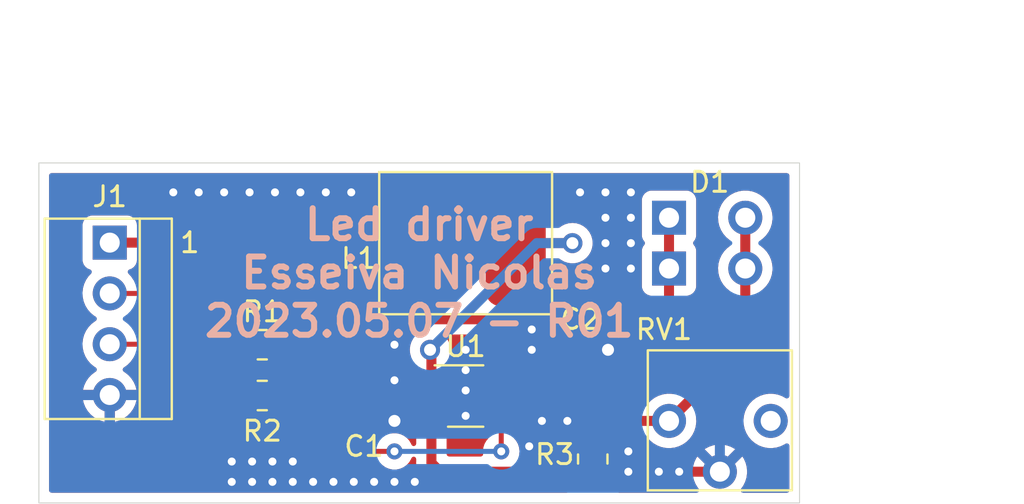
<source format=kicad_pcb>
(kicad_pcb (version 20211014) (generator pcbnew)
  (layers (0 "F.Cu" signal) (31 "B.Cu" signal) (34 "B.Paste" user) (35 "F.Paste" user) (36 "B.SilkS" user "B.Silkscreen") (37 "F.SilkS" user "F.Silkscreen") (38 "B.Mask" user) (39 "F.Mask" user) (44 "Edge.Cuts" user))
  (net 0 "")
  (net 1 "VCC")
  (net 2 "GND")
  (net 3 "/Vout")
  (net 4 "/Vfb")
  (net 5 "Net-(J1-Pad2)")
  (net 6 "Net-(J1-Pad3)")
  (net 7 "Net-(L1-Pad2)")
  (net 8 "/CTRL")
  (footprint "0ESN_Lib:sumida_CDRH_inductor" (layer "F.Cu") (at 147.32 80.01)
    (fp_text reference "L1" (at -5.334 0.762 unlocked) (layer "F.SilkS"))
    (fp_text value "22uH")
    (fp_rect (start -4.318 -3.556) (end 4.318 3.556) (layer "F.SilkS") (width 0.12) (fill none))
    (pad "1" smd roundrect (at -2.5 0) (size 3 6.3) (layers "F.Cu" "F.Paste" "F.Mask") (net 1 "VCC"))
    (pad "2" smd roundrect (at 2.5 0) (size 3 6.3) (layers "F.Cu" "F.Paste" "F.Mask") (net 7 "Net-(L1-Pad2)"))
  )
  (footprint "0ESN_Lib:C_0805_2012Metric_Pad1.18x1.45mm_HandSolder" (layer "F.Cu") (at 152.4 86.36 90)
    (fp_text reference "C2" (at 2.54 0.635 180) (layer "F.SilkS"))
    (fp_text value "0.22uF")
    (pad "1" smd custom (at -1.0375 0 270) (size 1.175 1.45) (layers "F.Cu" "F.Paste" "F.Mask") (net 3 "/Vout") (options (clearance outline) (anchor rect)) (primitives (gr_poly (pts (xy -1.2875 0) (xy -0.5875 -0.725) (xy 0 -0.725) (xy 0 0.725) (xy -0.5875 0.725)) (width 0) (fill yes))))
    (pad "2" smd custom (at 1.0375 0 270) (size 1.175 1.45) (layers "F.Cu" "F.Paste" "F.Mask") (net 2 "GND") (options (clearance outline) (anchor rect)) (primitives (gr_poly (pts (xy 0 -0.725) (xy 1.2875 -0.725) (xy 0.5875 0) (xy 1.2875 0.725) (xy 0 0.725)) (width 0) (fill yes))))
  )
  (footprint "Resistor_SMD:R_0805_2012Metric_Pad1.20x1.40mm_HandSolder" (layer "F.Cu") (at 137.16 87.63)
    (fp_text reference "R2" (at 0 1.778) (layer "F.SilkS"))
    (fp_text value "0R")
    (fp_line (start -0.227064 0.735) (end 0.227064 0.735) (layer "F.SilkS") (width 0.12))
    (fp_line (start -0.227064 -0.735) (end 0.227064 -0.735) (layer "F.SilkS") (width 0.12))
    (pad "1" smd roundrect (at -1 0) (size 1.2 1.4) (layers "F.Cu" "F.Paste" "F.Mask") (roundrect_rratio 0.2083333333) (net 6 "Net-(J1-Pad3)"))
    (pad "2" smd roundrect (at 1 0) (size 1.2 1.4) (layers "F.Cu" "F.Paste" "F.Mask") (roundrect_rratio 0.2083333333) (net 8 "/CTRL"))
  )
  (footprint "0ESN_Lib:Wire_2x2" (layer "F.Cu") (at 158.75 81.28 90)
    (fp_text reference "D1" (at 4.318 0.762 180) (layer "F.SilkS"))
    (fp_text value "LED_Series")
    (pad "1" thru_hole rect (at 0 -1.27 90) (size 1.7 1.7) (drill 1) (layers *.Cu *.Mask) (net 3 "/Vout"))
    (pad "1" thru_hole rect (at 2.54 -1.27 90) (size 1.7 1.7) (drill 1) (layers *.Cu *.Mask) (net 3 "/Vout"))
    (pad "2" thru_hole oval (at 2.54 2.54 90) (size 1.7 1.7) (drill 1) (layers *.Cu *.Mask) (net 4 "/Vfb"))
    (pad "2" thru_hole oval (at 0 2.54 90) (size 1.7 1.7) (drill 1) (layers *.Cu *.Mask) (net 4 "/Vfb"))
  )
  (footprint "0ESN_Lib:Bourns_3362p_trimpot" (layer "F.Cu") (at 160.02 88.9)
    (fp_text reference "RV1" (at -2.794 -4.572 unlocked) (layer "F.SilkS"))
    (fp_text value "10R")
    (fp_rect (start -3.6 3.47) (end 3.6 -3.53) (layer "F.SilkS") (width 0.12) (fill none))
    (pad "1" thru_hole circle (at -2.54 0) (size 1.7 1.7) (drill 1) (layers *.Cu *.Mask) (net 4 "/Vfb"))
    (pad "2" thru_hole circle (at 0 2.54) (size 1.7 1.7) (drill 1) (layers *.Cu *.Mask) (net 2 "GND"))
    (pad "3" thru_hole circle (at 2.54 0) (size 1.7 1.7) (drill 1) (layers *.Cu *.Mask))
  )
  (footprint "0ESN_Lib:C_0805_2012Metric_Pad1.18x1.45mm_HandSolder" (layer "F.Cu") (at 142.24 87.63 -90)
    (fp_text reference "C1" (at 2.54 0 180) (layer "F.SilkS"))
    (fp_text value "1uF")
    (pad "1" smd custom (at -1.0375 0 90) (size 1.175 1.45) (layers "F.Cu" "F.Paste" "F.Mask") (net 1 "VCC") (options (clearance outline) (anchor rect)) (primitives (gr_poly (pts (xy -1.2875 0) (xy -0.5875 -0.725) (xy 0 -0.725) (xy 0 0.725) (xy -0.5875 0.725)) (width 0) (fill yes))))
    (pad "2" smd custom (at 1.0375 0 90) (size 1.175 1.45) (layers "F.Cu" "F.Paste" "F.Mask") (net 2 "GND") (options (clearance outline) (anchor rect)) (primitives (gr_poly (pts (xy 0 -0.725) (xy 1.2875 -0.725) (xy 0.5875 0) (xy 1.2875 0.725) (xy 0 0.725)) (width 0) (fill yes))))
  )
  (footprint "Resistor_SMD:R_0805_2012Metric_Pad1.20x1.40mm_HandSolder" (layer "F.Cu") (at 153.67 90.805 -90)
    (fp_text reference "R3" (at -0.227064 1.905 180) (layer "F.SilkS"))
    (fp_text value "1R")
    (fp_line (start -0.227064 -0.735) (end 0.227064 -0.735) (layer "F.SilkS") (width 0.12))
    (fp_line (start -0.227064 0.735) (end 0.227064 0.735) (layer "F.SilkS") (width 0.12))
    (pad "1" smd roundrect (at -1 0 270) (size 1.2 1.4) (layers "F.Cu" "F.Paste" "F.Mask") (roundrect_rratio 0.2083333333) (net 4 "/Vfb"))
    (pad "2" smd roundrect (at 1 0 270) (size 1.2 1.4) (layers "F.Cu" "F.Paste" "F.Mask") (roundrect_rratio 0.2083333333) (net 2 "GND"))
  )
  (footprint "Package_TO_SOT_SMD:TSOT-23-6_HandSoldering" (layer "F.Cu") (at 147.32 87.63)
    (fp_text reference "U1" (at 0 -2.45) (layer "F.SilkS"))
    (fp_text value "AP3019A")
    (fp_line (start 0.88 -1.51) (end -1.55 -1.51) (layer "F.SilkS") (width 0.12))
    (fp_line (start -0.88 1.56) (end 0.88 1.56) (layer "F.SilkS") (width 0.12))
    (pad "1" smd rect (at -1.71 -0.95) (size 2 0.65) (layers "F.Cu" "F.Paste" "F.Mask") (net 7 "Net-(L1-Pad2)"))
    (pad "2" smd rect (at -1.71 0) (size 2 0.65) (layers "F.Cu" "F.Paste" "F.Mask") (net 2 "GND"))
    (pad "3" smd rect (at -1.71 0.95) (size 2 0.65) (layers "F.Cu" "F.Paste" "F.Mask") (net 4 "/Vfb"))
    (pad "4" smd rect (at 1.71 0.95) (size 2 0.65) (layers "F.Cu" "F.Paste" "F.Mask") (net 8 "/CTRL"))
    (pad "5" smd rect (at 1.71 0) (size 2 0.65) (layers "F.Cu" "F.Paste" "F.Mask") (net 3 "/Vout"))
    (pad "6" smd rect (at 1.71 -0.95) (size 2 0.65) (layers "F.Cu" "F.Paste" "F.Mask") (net 1 "VCC"))
  )
  (footprint "Resistor_SMD:R_0805_2012Metric_Pad1.20x1.40mm_HandSolder" (layer "F.Cu") (at 137.16 85.09)
    (fp_text reference "R1" (at 0 -1.65) (layer "F.SilkS"))
    (fp_text value "NP 0R")
    (fp_line (start -0.227064 0.735) (end 0.227064 0.735) (layer "F.SilkS") (width 0.12))
    (fp_line (start -0.227064 -0.735) (end 0.227064 -0.735) (layer "F.SilkS") (width 0.12))
    (pad "1" smd roundrect (at -1 0) (size 1.2 1.4) (layers "F.Cu" "F.Paste" "F.Mask") (roundrect_rratio 0.2083333333) (net 5 "Net-(J1-Pad2)"))
    (pad "2" smd roundrect (at 1 0) (size 1.2 1.4) (layers "F.Cu" "F.Paste" "F.Mask") (roundrect_rratio 0.2083333333) (net 8 "/CTRL"))
  )
  (footprint "0ESN_Lib:Connector_4p_m" (layer "F.Cu") (at 129.54 79.985)
    (fp_text reference "J1" (at 0 -2.3) (layer "F.SilkS"))
    (fp_text value "Led connector")
    (fp_text user "1" (at 4 0 unlocked) (layer "F.SilkS"))
    (fp_line (start 1.5 -1.2) (end 1.5 8.82) (layer "F.SilkS") (width 0.12))
    (fp_line (start -3.25 8.82) (end -3.25 -1.2) (layer "F.SilkS") (width 0.12))
    (fp_line (start 3.1 -1.2) (end 3.1 8.82) (layer "F.SilkS") (width 0.12))
    (fp_line (start -3.25 -1.2) (end 3.1 -1.2) (layer "F.SilkS") (width 0.12))
    (fp_line (start -3.25 8.82) (end 3.1 8.82) (layer "F.SilkS") (width 0.12))
    (pad "1" thru_hole rect (at 0 0) (size 1.7 1.7) (drill 1) (layers *.Cu *.Mask) (net 1 "VCC"))
    (pad "2" thru_hole oval (at 0 2.54) (size 1.7 1.7) (drill 1) (layers *.Cu *.Mask) (net 5 "Net-(J1-Pad2)"))
    (pad "3" thru_hole oval (at 0 5.08) (size 1.7 1.7) (drill 1) (layers *.Cu *.Mask) (net 6 "Net-(J1-Pad3)"))
    (pad "4" thru_hole oval (at 0 7.62) (size 1.7 1.7) (drill 1) (layers *.Cu *.Mask) (net 2 "GND"))
  )
  (gr_rect (start 126 76) (end 164 93) (layer "Edge.Cuts") (width 0.05) (fill none))
  (gr_text "Led driver\nEsseiva Nicolas\n2023.05.07 - R01" (at 145 81.5) (layer "B.SilkS") (effects (font (size 1.5 1.5) (thickness 0.3))))
  (segment (start 129.54 79.985) (end 144.795 79.985) (width 0.5) (layer "F.Cu") (net 1))
  (segment (start 144.795 79.985) (end 144.82 80.01) (width 0.5) (layer "F.Cu") (net 1))
  (segment (start 142.748 83.82) (end 142.24 84.328) (width 0.5) (layer "F.Cu") (net 1))
  (segment (start 149.03 86.68) (end 149.03 84.514) (width 0.5) (layer "F.Cu") (net 1))
  (segment (start 144.272 83.82) (end 142.748 83.82) (width 0.5) (layer "F.Cu") (net 1))
  (segment (start 149.03 84.514) (end 148.336 83.82) (width 0.5) (layer "F.Cu") (net 1))
  (segment (start 142.24 84.328) (end 142.24 86.5925) (width 0.5) (layer "F.Cu") (net 1))
  (segment (start 148.336 83.82) (end 144.78 83.82) (width 0.5) (layer "F.Cu") (net 1))
  (segment (start 144.82 80.01) (end 144.82 83.78) (width 0.5) (layer "F.Cu") (net 1))
  (segment (start 144.82 83.78) (end 144.78 83.82) (width 0.5) (layer "F.Cu") (net 1))
  (segment (start 144.78 83.82) (end 144.272 83.82) (width 0.5) (layer "F.Cu") (net 1))
  (segment (start 157.988 91.44) (end 160.02 91.44) (width 0.5) (layer "F.Cu") (net 2))
  (segment (start 154.035 91.44) (end 155.448 91.44) (width 0.5) (layer "F.Cu") (net 2))
  (segment (start 156.972 91.44) (end 157.988 91.44) (width 0.5) (layer "F.Cu") (net 2))
  (segment (start 152.4215 85.344) (end 152.4 85.3225) (width 0.5) (layer "F.Cu") (net 2))
  (segment (start 145.61 87.63) (end 144.272 87.63) (width 0.5) (layer "F.Cu") (net 2))
  (segment (start 154.432 85.344) (end 152.4215 85.344) (width 0.5) (layer "F.Cu") (net 2))
  (segment (start 142.24 88.6675) (end 143.5315 88.6675) (width 0.5) (layer "F.Cu") (net 2))
  (segment (start 155.448 91.44) (end 156.972 91.44) (width 0.5) (layer "F.Cu") (net 2))
  (segment (start 143.5315 88.6675) (end 143.764 88.9) (width 0.5) (layer "F.Cu") (net 2))
  (segment (start 153.67 91.805) (end 154.035 91.44) (width 0.5) (layer "F.Cu") (net 2))
  (segment (start 144.272 87.63) (end 143.764 88.138) (width 0.5) (layer "F.Cu") (net 2))
  (segment (start 143.764 88.138) (end 143.764 88.9) (width 0.5) (layer "F.Cu") (net 2))
  (via (at 136.525 77.47) (size 0.8) (drill 0.4) (layers "F.Cu" "B.Cu") (net 2))
  (via (at 141.732 91.948) (size 0.8) (drill 0.4) (layers "F.Cu" "B.Cu") (net 2))
  (via (at 156.972 91.44) (size 0.8) (drill 0.4) (layers "F.Cu" "B.Cu") (net 2))
  (via (at 139.065 77.47) (size 0.8) (drill 0.4) (layers "F.Cu" "B.Cu") (net 2))
  (via (at 154.305 77.47) (size 0.8) (drill 0.4) (layers "F.Cu" "B.Cu") (net 2))
  (via (at 143.764 91.948) (size 0.8) (drill 0.4) (layers "F.Cu" "B.Cu") (net 2))
  (via (at 157.988 91.44) (size 0.8) (drill 0.4) (layers "F.Cu" "B.Cu") (net 2))
  (via (at 133.985 77.47) (size 0.8) (drill 0.4) (layers "F.Cu" "B.Cu") (net 2))
  (via (at 139.7 91.948) (size 0.8) (drill 0.4) (layers "F.Cu" "B.Cu") (net 2))
  (via (at 140.335 77.47) (size 0.8) (drill 0.4) (layers "F.Cu" "B.Cu") (net 2))
  (via (at 154.305 78.74) (size 0.8) (drill 0.4) (layers "F.Cu" "B.Cu") (net 2))
  (via (at 138.684 91.948) (size 0.8) (drill 0.4) (layers "F.Cu" "B.Cu") (net 2))
  (via (at 137.795 77.47) (size 0.8) (drill 0.4) (layers "F.Cu" "B.Cu") (net 2))
  (via (at 152.4 88.9) (size 0.8) (drill 0.4) (layers "F.Cu" "B.Cu") (net 2))
  (via (at 137.668 90.932) (size 0.8) (drill 0.4) (layers "F.Cu" "B.Cu") (net 2))
  (via (at 154.305 81.28) (size 0.8) (drill 0.4) (layers "F.Cu" "B.Cu") (net 2))
  (via (at 143.764 88.9) (size 1) (drill 0.6) (layers "F.Cu" "B.Cu") (net 2))
  (via (at 137.668 91.948) (size 0.8) (drill 0.4) (layers "F.Cu" "B.Cu") (net 2))
  (via (at 135.636 91.948) (size 0.8) (drill 0.4) (layers "F.Cu" "B.Cu") (net 2))
  (via (at 144.78 91.948) (size 0.8) (drill 0.4) (layers "F.Cu" "B.Cu") (net 2))
  (via (at 135.636 90.932) (size 0.8) (drill 0.4) (layers "F.Cu" "B.Cu") (net 2))
  (via (at 147.32 88.646) (size 0.8) (drill 0.4) (layers "F.Cu" "B.Cu") (net 2))
  (via (at 138.684 90.932) (size 0.8) (drill 0.4) (layers "F.Cu" "B.Cu") (net 2))
  (via (at 155.575 81.28) (size 0.8) (drill 0.4) (layers "F.Cu" "B.Cu") (net 2))
  (via (at 136.652 90.932) (size 0.8) (drill 0.4) (layers "F.Cu" "B.Cu") (net 2))
  (via (at 150.622 84.328) (size 0.8) (drill 0.4) (layers "F.Cu" "B.Cu") (net 2))
  (via (at 155.575 80.01) (size 0.8) (drill 0.4) (layers "F.Cu" "B.Cu") (net 2))
  (via (at 154.305 80.01) (size 0.8) (drill 0.4) (layers "F.Cu" "B.Cu") (net 2))
  (via (at 141.605 77.47) (size 0.8) (drill 0.4) (layers "F.Cu" "B.Cu") (net 2))
  (via (at 143.764 85.09) (size 0.8) (drill 0.4) (layers "F.Cu" "B.Cu") (net 2))
  (via (at 150.622 85.344) (size 0.8) (drill 0.4) (layers "F.Cu" "B.Cu") (net 2))
  (via (at 150.495 90.17) (size 0.8) (drill 0.4) (layers "F.Cu" "B.Cu") (net 2))
  (via (at 155.448 91.44) (size 0.8) (drill 0.4) (layers "F.Cu" "B.Cu") (net 2))
  (via (at 153.035 77.47) (size 0.8) (drill 0.4) (layers "F.Cu" "B.Cu") (net 2))
  (via (at 140.716 91.948) (size 0.8) (drill 0.4) (layers "F.Cu" "B.Cu") (net 2))
  (via (at 136.652 91.948) (size 0.8) (drill 0.4) (layers "F.Cu" "B.Cu") (net 2))
  (via (at 142.748 91.948) (size 0.8) (drill 0.4) (layers "F.Cu" "B.Cu") (net 2))
  (via (at 155.448 90.424) (size 0.8) (drill 0.4) (layers "F.Cu" "B.Cu") (net 2))
  (via (at 132.715 77.47) (size 0.8) (drill 0.4) (layers "F.Cu" "B.Cu") (net 2))
  (via (at 155.575 78.74) (size 0.8) (drill 0.4) (layers "F.Cu" "B.Cu") (net 2))
  (via (at 147.32 85.344) (size 0.8) (drill 0.4) (layers "F.Cu" "B.Cu") (net 2))
  (via (at 155.575 77.47) (size 0.8) (drill 0.4) (layers "F.Cu" "B.Cu") (net 2))
  (via (at 147.32 86.36) (size 0.8) (drill 0.4) (layers "F.Cu" "B.Cu") (net 2))
  (via (at 135.255 77.47) (size 0.8) (drill 0.4) (layers "F.Cu" "B.Cu") (net 2))
  (via (at 151.13 88.9) (size 0.8) (drill 0.4) (layers "F.Cu" "B.Cu") (net 2))
  (via (at 154.432 85.344) (size 1) (drill 0.6) (layers "F.Cu" "B.Cu") (net 2))
  (via (at 143.764 86.868) (size 0.8) (drill 0.4) (layers "F.Cu" "B.Cu") (net 2))
  (via (at 147.32 87.376) (size 0.8) (drill 0.4) (layers "F.Cu" "B.Cu") (net 2))
  (segment (start 147.32 85.344) (end 150.622 85.344) (width 0.5) (layer "B.Cu") (net 2))
  (segment (start 157.734 85.344) (end 154.432 85.344) (width 0.5) (layer "B.Cu") (net 2))
  (segment (start 150.622 85.344) (end 154.432 85.344) (width 0.5) (layer "B.Cu") (net 2))
  (segment (start 160.02 87.63) (end 157.734 85.344) (width 0.5) (layer "B.Cu") (net 2))
  (segment (start 142.469 87.605) (end 143.764 88.9) (width 0.5) (layer "B.Cu") (net 2))
  (segment (start 143.764 88.9) (end 147.32 85.344) (width 0.5) (layer "B.Cu") (net 2))
  (segment (start 129.54 87.605) (end 142.469 87.605) (width 0.5) (layer "B.Cu") (net 2))
  (segment (start 160.02 91.44) (end 160.02 87.63) (width 0.5) (layer "B.Cu") (net 2))
  (segment (start 152.4 87.3975) (end 155.1725 87.3975) (width 0.5) (layer "F.Cu") (net 3))
  (segment (start 157.48 81.28) (end 157.48 78.74) (width 0.5) (layer "F.Cu") (net 3))
  (segment (start 157.48 85.09) (end 157.48 81.28) (width 0.5) (layer "F.Cu") (net 3))
  (segment (start 155.1725 87.3975) (end 157.48 85.09) (width 0.5) (layer "F.Cu") (net 3))
  (segment (start 149.03 87.63) (end 152.1675 87.63) (width 0.5) (layer "F.Cu") (net 3))
  (segment (start 152.1675 87.63) (end 152.4 87.3975) (width 0.5) (layer "F.Cu") (net 3))
  (segment (start 157.48 88.9) (end 161.29 85.09) (width 0.5) (layer "F.Cu") (net 4))
  (segment (start 146.05 91.44) (end 151.13 91.44) (width 0.5) (layer "F.Cu") (net 4))
  (segment (start 145.61 91) (end 146.05 91.44) (width 0.5) (layer "F.Cu") (net 4))
  (segment (start 151.13 91.44) (end 152.765 89.805) (width 0.5) (layer "F.Cu") (net 4))
  (segment (start 154.575 88.9) (end 153.67 89.805) (width 0.5) (layer "F.Cu") (net 4))
  (segment (start 145.61 88.58) (end 145.61 91) (width 0.5) (layer "F.Cu") (net 4))
  (segment (start 152.765 89.805) (end 153.67 89.805) (width 0.5) (layer "F.Cu") (net 4))
  (segment (start 161.29 85.09) (end 161.29 81.28) (width 0.5) (layer "F.Cu") (net 4))
  (segment (start 161.29 78.74) (end 161.29 81.28) (width 0.5) (layer "F.Cu") (net 4))
  (segment (start 157.48 88.9) (end 154.575 88.9) (width 0.5) (layer "F.Cu") (net 4))
  (segment (start 136.16 85.09) (end 133.595 82.525) (width 0.25) (layer "F.Cu") (net 5))
  (segment (start 133.595 82.525) (end 129.54 82.525) (width 0.25) (layer "F.Cu") (net 5))
  (segment (start 133.595 85.065) (end 136.16 87.63) (width 0.25) (layer "F.Cu") (net 6))
  (segment (start 129.54 85.065) (end 133.595 85.065) (width 0.25) (layer "F.Cu") (net 6))
  (segment (start 145.61 86.68) (end 145.61 85.412) (width 0.5) (layer "F.Cu") (net 7))
  (segment (start 145.61 85.412) (end 145.542 85.344) (width 0.5) (layer "F.Cu") (net 7))
  (segment (start 152.654 80.01) (end 149.82 80.01) (width 0.5) (layer "F.Cu") (net 7))
  (via (at 145.542 85.344) (size 1) (drill 0.6) (layers "F.Cu" "B.Cu") (net 7))
  (via (at 152.654 80.01) (size 1) (drill 0.6) (layers "F.Cu" "B.Cu") (net 7))
  (segment (start 150.876 80.01) (end 152.654 80.01) (width 0.5) (layer "B.Cu") (net 7))
  (segment (start 145.542 85.344) (end 149.352 81.534) (width 0.5) (layer "B.Cu") (net 7))
  (segment (start 149.352 81.534) (end 150.876 80.01) (width 0.5) (layer "B.Cu") (net 7))
  (segment (start 138.16 87.63) (end 138.16 88.122) (width 0.25) (layer "F.Cu") (net 8))
  (segment (start 149.098 88.648) (end 149.03 88.58) (width 0.25) (layer "F.Cu") (net 8))
  (segment (start 140.462 90.424) (end 143.764 90.424) (width 0.25) (layer "F.Cu") (net 8))
  (segment (start 138.16 87.63) (end 138.16 85.09) (width 0.25) (layer "F.Cu") (net 8))
  (segment (start 138.16 88.122) (end 140.462 90.424) (width 0.25) (layer "F.Cu") (net 8))
  (segment (start 149.098 90.424) (end 149.098 88.648) (width 0.25) (layer "F.Cu") (net 8))
  (via (at 149.098 90.424) (size 0.8) (drill 0.4) (layers "F.Cu" "B.Cu") (net 8))
  (via (at 143.764 90.424) (size 0.8) (drill 0.4) (layers "F.Cu" "B.Cu") (net 8))
  (segment (start 143.764 90.424) (end 149.098 90.424) (width 0.25) (layer "B.Cu") (net 8))
  (zone (net 2) (net_name "GND") (layers F&B.Cu) (connect_pads (clearance 0.508)) (min_thickness 0.254) (fill yes (thermal_gap 0.508) (thermal_bridge_width 0.508))
    (polygon (pts (xy 164 93) (xy 126 93) (xy 126 76) (xy 164 76)))
  )
)
</source>
